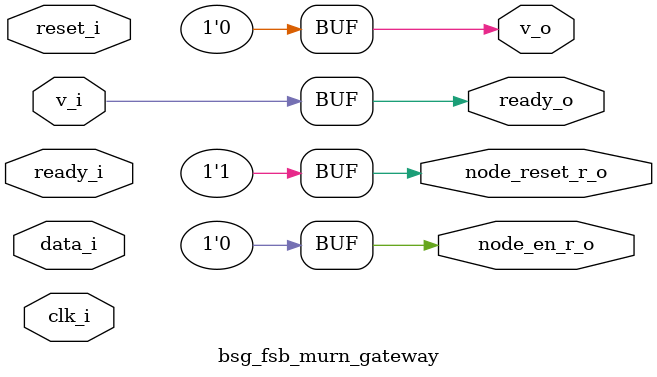
<source format=v>
module bsg_fsb_murn_gateway(	// file.cleaned.mlir:2:3
  input         clk_i,	// file.cleaned.mlir:2:38
                reset_i,	// file.cleaned.mlir:2:54
                v_i,	// file.cleaned.mlir:2:72
  input  [15:0] data_i,	// file.cleaned.mlir:2:86
  input         ready_i,	// file.cleaned.mlir:2:104
  output        ready_o,	// file.cleaned.mlir:2:123
                v_o,	// file.cleaned.mlir:2:141
                node_en_r_o,	// file.cleaned.mlir:2:155
                node_reset_r_o	// file.cleaned.mlir:2:177
);

  assign ready_o = v_i;	// file.cleaned.mlir:5:5
  assign v_o = 1'h0;	// file.cleaned.mlir:4:14, :5:5
  assign node_en_r_o = 1'h0;	// file.cleaned.mlir:4:14, :5:5
  assign node_reset_r_o = 1'h1;	// file.cleaned.mlir:3:13, :5:5
endmodule


</source>
